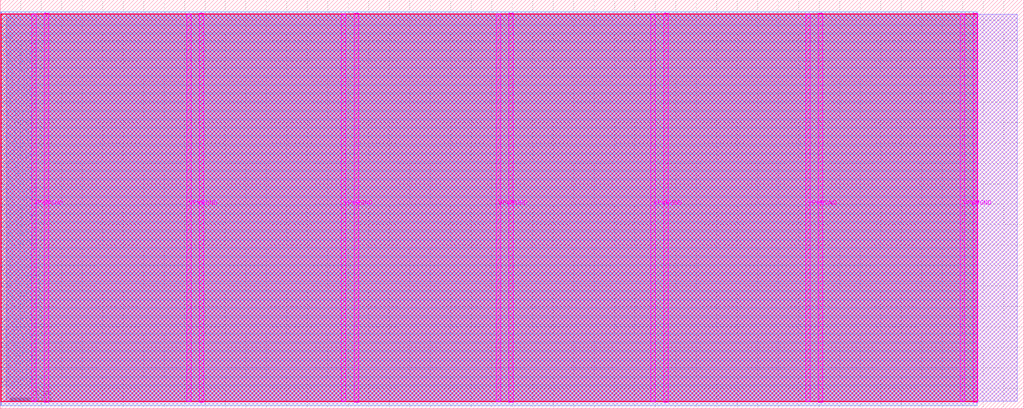
<source format=lef>
VERSION 5.7 ;
  NOWIREEXTENSIONATPIN ON ;
  DIVIDERCHAR "/" ;
  BUSBITCHARS "[]" ;
MACRO heichips25_template
  CLASS BLOCK ;
  FOREIGN heichips25_template ;
  ORIGIN 0.000 0.000 ;
  SIZE 500.000 BY 200.000 ;
  PIN VGND
    DIRECTION INOUT ;
    USE GROUND ;
    PORT
      LAYER TopMetal1 ;
        RECT 21.580 3.150 23.780 193.410 ;
    END
    PORT
      LAYER TopMetal1 ;
        RECT 97.180 3.150 99.380 193.410 ;
    END
    PORT
      LAYER TopMetal1 ;
        RECT 172.780 3.150 174.980 193.410 ;
    END
    PORT
      LAYER TopMetal1 ;
        RECT 248.380 3.150 250.580 193.410 ;
    END
    PORT
      LAYER TopMetal1 ;
        RECT 323.980 3.150 326.180 193.410 ;
    END
    PORT
      LAYER TopMetal1 ;
        RECT 399.580 3.150 401.780 193.410 ;
    END
    PORT
      LAYER TopMetal1 ;
        RECT 475.180 3.150 477.380 193.410 ;
    END
  END VGND
  PIN VPWR
    DIRECTION INOUT ;
    USE POWER ;
    PORT
      LAYER TopMetal1 ;
        RECT 15.380 3.560 17.580 193.000 ;
    END
    PORT
      LAYER TopMetal1 ;
        RECT 90.980 3.560 93.180 193.000 ;
    END
    PORT
      LAYER TopMetal1 ;
        RECT 166.580 3.560 168.780 193.000 ;
    END
    PORT
      LAYER TopMetal1 ;
        RECT 242.180 3.560 244.380 193.000 ;
    END
    PORT
      LAYER TopMetal1 ;
        RECT 317.780 3.560 319.980 193.000 ;
    END
    PORT
      LAYER TopMetal1 ;
        RECT 393.380 3.560 395.580 193.000 ;
    END
    PORT
      LAYER TopMetal1 ;
        RECT 468.980 3.560 471.180 193.000 ;
    END
  END VPWR
  PIN clk
    DIRECTION INPUT ;
    USE SIGNAL ;
    ANTENNAGATEAREA 0.725400 ;
    PORT
      LAYER Metal3 ;
        RECT 0.000 183.340 0.400 183.740 ;
    END
  END clk
  PIN ena
    DIRECTION INPUT ;
    USE SIGNAL ;
    PORT
      LAYER Metal3 ;
        RECT 0.000 179.140 0.400 179.540 ;
    END
  END ena
  PIN rst_n
    DIRECTION INPUT ;
    USE SIGNAL ;
    ANTENNAGATEAREA 0.725400 ;
    PORT
      LAYER Metal3 ;
        RECT 0.000 187.540 0.400 187.940 ;
    END
  END rst_n
  PIN ui_in[0]
    DIRECTION INPUT ;
    USE SIGNAL ;
    ANTENNAGATEAREA 0.180700 ;
    PORT
      LAYER Metal3 ;
        RECT 0.000 111.940 0.400 112.340 ;
    END
  END ui_in[0]
  PIN ui_in[1]
    DIRECTION INPUT ;
    USE SIGNAL ;
    ANTENNAGATEAREA 0.180700 ;
    PORT
      LAYER Metal3 ;
        RECT 0.000 116.140 0.400 116.540 ;
    END
  END ui_in[1]
  PIN ui_in[2]
    DIRECTION INPUT ;
    USE SIGNAL ;
    ANTENNAGATEAREA 0.180700 ;
    PORT
      LAYER Metal3 ;
        RECT 0.000 120.340 0.400 120.740 ;
    END
  END ui_in[2]
  PIN ui_in[3]
    DIRECTION INPUT ;
    USE SIGNAL ;
    ANTENNAGATEAREA 0.180700 ;
    PORT
      LAYER Metal3 ;
        RECT 0.000 124.540 0.400 124.940 ;
    END
  END ui_in[3]
  PIN ui_in[4]
    DIRECTION INPUT ;
    USE SIGNAL ;
    ANTENNAGATEAREA 0.180700 ;
    PORT
      LAYER Metal3 ;
        RECT 0.000 128.740 0.400 129.140 ;
    END
  END ui_in[4]
  PIN ui_in[5]
    DIRECTION INPUT ;
    USE SIGNAL ;
    ANTENNAGATEAREA 0.180700 ;
    PORT
      LAYER Metal3 ;
        RECT 0.000 132.940 0.400 133.340 ;
    END
  END ui_in[5]
  PIN ui_in[6]
    DIRECTION INPUT ;
    USE SIGNAL ;
    ANTENNAGATEAREA 0.180700 ;
    PORT
      LAYER Metal3 ;
        RECT 0.000 137.140 0.400 137.540 ;
    END
  END ui_in[6]
  PIN ui_in[7]
    DIRECTION INPUT ;
    USE SIGNAL ;
    ANTENNAGATEAREA 0.180700 ;
    PORT
      LAYER Metal3 ;
        RECT 0.000 141.340 0.400 141.740 ;
    END
  END ui_in[7]
  PIN uio_in[0]
    DIRECTION INPUT ;
    USE SIGNAL ;
    PORT
      LAYER Metal3 ;
        RECT 0.000 145.540 0.400 145.940 ;
    END
  END uio_in[0]
  PIN uio_in[1]
    DIRECTION INPUT ;
    USE SIGNAL ;
    PORT
      LAYER Metal3 ;
        RECT 0.000 149.740 0.400 150.140 ;
    END
  END uio_in[1]
  PIN uio_in[2]
    DIRECTION INPUT ;
    USE SIGNAL ;
    PORT
      LAYER Metal3 ;
        RECT 0.000 153.940 0.400 154.340 ;
    END
  END uio_in[2]
  PIN uio_in[3]
    DIRECTION INPUT ;
    USE SIGNAL ;
    PORT
      LAYER Metal3 ;
        RECT 0.000 158.140 0.400 158.540 ;
    END
  END uio_in[3]
  PIN uio_in[4]
    DIRECTION INPUT ;
    USE SIGNAL ;
    PORT
      LAYER Metal3 ;
        RECT 0.000 162.340 0.400 162.740 ;
    END
  END uio_in[4]
  PIN uio_in[5]
    DIRECTION INPUT ;
    USE SIGNAL ;
    PORT
      LAYER Metal3 ;
        RECT 0.000 166.540 0.400 166.940 ;
    END
  END uio_in[5]
  PIN uio_in[6]
    DIRECTION INPUT ;
    USE SIGNAL ;
    PORT
      LAYER Metal3 ;
        RECT 0.000 170.740 0.400 171.140 ;
    END
  END uio_in[6]
  PIN uio_in[7]
    DIRECTION INPUT ;
    USE SIGNAL ;
    PORT
      LAYER Metal3 ;
        RECT 0.000 174.940 0.400 175.340 ;
    END
  END uio_in[7]
  PIN uio_oe[0]
    DIRECTION OUTPUT ;
    USE SIGNAL ;
    ANTENNADIFFAREA 0.708600 ;
    PORT
      LAYER Metal3 ;
        RECT 0.000 78.340 0.400 78.740 ;
    END
  END uio_oe[0]
  PIN uio_oe[1]
    DIRECTION OUTPUT ;
    USE SIGNAL ;
    ANTENNADIFFAREA 0.708600 ;
    PORT
      LAYER Metal3 ;
        RECT 0.000 82.540 0.400 82.940 ;
    END
  END uio_oe[1]
  PIN uio_oe[2]
    DIRECTION OUTPUT ;
    USE SIGNAL ;
    ANTENNADIFFAREA 0.708600 ;
    PORT
      LAYER Metal3 ;
        RECT 0.000 86.740 0.400 87.140 ;
    END
  END uio_oe[2]
  PIN uio_oe[3]
    DIRECTION OUTPUT ;
    USE SIGNAL ;
    ANTENNADIFFAREA 0.708600 ;
    PORT
      LAYER Metal3 ;
        RECT 0.000 90.940 0.400 91.340 ;
    END
  END uio_oe[3]
  PIN uio_oe[4]
    DIRECTION OUTPUT ;
    USE SIGNAL ;
    ANTENNADIFFAREA 0.708600 ;
    PORT
      LAYER Metal3 ;
        RECT 0.000 95.140 0.400 95.540 ;
    END
  END uio_oe[4]
  PIN uio_oe[5]
    DIRECTION OUTPUT ;
    USE SIGNAL ;
    ANTENNADIFFAREA 0.708600 ;
    PORT
      LAYER Metal3 ;
        RECT 0.000 99.340 0.400 99.740 ;
    END
  END uio_oe[5]
  PIN uio_oe[6]
    DIRECTION OUTPUT ;
    USE SIGNAL ;
    ANTENNADIFFAREA 0.708600 ;
    PORT
      LAYER Metal3 ;
        RECT 0.000 103.540 0.400 103.940 ;
    END
  END uio_oe[6]
  PIN uio_oe[7]
    DIRECTION OUTPUT ;
    USE SIGNAL ;
    ANTENNADIFFAREA 0.708600 ;
    PORT
      LAYER Metal3 ;
        RECT 0.000 107.740 0.400 108.140 ;
    END
  END uio_oe[7]
  PIN uio_out[0]
    DIRECTION OUTPUT ;
    USE SIGNAL ;
    ANTENNADIFFAREA 0.708600 ;
    PORT
      LAYER Metal3 ;
        RECT 0.000 44.740 0.400 45.140 ;
    END
  END uio_out[0]
  PIN uio_out[1]
    DIRECTION OUTPUT ;
    USE SIGNAL ;
    ANTENNADIFFAREA 0.708600 ;
    PORT
      LAYER Metal3 ;
        RECT 0.000 48.940 0.400 49.340 ;
    END
  END uio_out[1]
  PIN uio_out[2]
    DIRECTION OUTPUT ;
    USE SIGNAL ;
    ANTENNADIFFAREA 0.708600 ;
    PORT
      LAYER Metal3 ;
        RECT 0.000 53.140 0.400 53.540 ;
    END
  END uio_out[2]
  PIN uio_out[3]
    DIRECTION OUTPUT ;
    USE SIGNAL ;
    ANTENNADIFFAREA 0.708600 ;
    PORT
      LAYER Metal3 ;
        RECT 0.000 57.340 0.400 57.740 ;
    END
  END uio_out[3]
  PIN uio_out[4]
    DIRECTION OUTPUT ;
    USE SIGNAL ;
    ANTENNADIFFAREA 0.708600 ;
    PORT
      LAYER Metal3 ;
        RECT 0.000 61.540 0.400 61.940 ;
    END
  END uio_out[4]
  PIN uio_out[5]
    DIRECTION OUTPUT ;
    USE SIGNAL ;
    ANTENNADIFFAREA 0.708600 ;
    PORT
      LAYER Metal3 ;
        RECT 0.000 65.740 0.400 66.140 ;
    END
  END uio_out[5]
  PIN uio_out[6]
    DIRECTION OUTPUT ;
    USE SIGNAL ;
    ANTENNADIFFAREA 0.708600 ;
    PORT
      LAYER Metal3 ;
        RECT 0.000 69.940 0.400 70.340 ;
    END
  END uio_out[6]
  PIN uio_out[7]
    DIRECTION OUTPUT ;
    USE SIGNAL ;
    ANTENNADIFFAREA 0.708600 ;
    PORT
      LAYER Metal3 ;
        RECT 0.000 74.140 0.400 74.540 ;
    END
  END uio_out[7]
  PIN uo_out[0]
    DIRECTION OUTPUT ;
    USE SIGNAL ;
    ANTENNADIFFAREA 0.708600 ;
    PORT
      LAYER Metal3 ;
        RECT 0.000 11.140 0.400 11.540 ;
    END
  END uo_out[0]
  PIN uo_out[1]
    DIRECTION OUTPUT ;
    USE SIGNAL ;
    ANTENNADIFFAREA 0.708600 ;
    PORT
      LAYER Metal3 ;
        RECT 0.000 15.340 0.400 15.740 ;
    END
  END uo_out[1]
  PIN uo_out[2]
    DIRECTION OUTPUT ;
    USE SIGNAL ;
    ANTENNADIFFAREA 0.708600 ;
    PORT
      LAYER Metal3 ;
        RECT 0.000 19.540 0.400 19.940 ;
    END
  END uo_out[2]
  PIN uo_out[3]
    DIRECTION OUTPUT ;
    USE SIGNAL ;
    ANTENNADIFFAREA 0.708600 ;
    PORT
      LAYER Metal3 ;
        RECT 0.000 23.740 0.400 24.140 ;
    END
  END uo_out[3]
  PIN uo_out[4]
    DIRECTION OUTPUT ;
    USE SIGNAL ;
    ANTENNADIFFAREA 0.708600 ;
    PORT
      LAYER Metal3 ;
        RECT 0.000 27.940 0.400 28.340 ;
    END
  END uo_out[4]
  PIN uo_out[5]
    DIRECTION OUTPUT ;
    USE SIGNAL ;
    ANTENNADIFFAREA 0.708600 ;
    PORT
      LAYER Metal3 ;
        RECT 0.000 32.140 0.400 32.540 ;
    END
  END uo_out[5]
  PIN uo_out[6]
    DIRECTION OUTPUT ;
    USE SIGNAL ;
    ANTENNADIFFAREA 0.299200 ;
    PORT
      LAYER Metal3 ;
        RECT 0.000 36.340 0.400 36.740 ;
    END
  END uo_out[6]
  PIN uo_out[7]
    DIRECTION OUTPUT ;
    USE SIGNAL ;
    ANTENNADIFFAREA 0.299200 ;
    PORT
      LAYER Metal3 ;
        RECT 0.000 40.540 0.400 40.940 ;
    END
  END uo_out[7]
  OBS
      LAYER GatPoly ;
        RECT 2.880 3.630 496.800 192.930 ;
      LAYER Metal1 ;
        RECT 2.880 3.560 496.800 193.000 ;
      LAYER Metal2 ;
        RECT 0.375 1.535 477.200 194.185 ;
      LAYER Metal3 ;
        RECT 0.335 188.150 477.245 194.140 ;
        RECT 0.610 187.330 477.245 188.150 ;
        RECT 0.335 183.950 477.245 187.330 ;
        RECT 0.610 183.130 477.245 183.950 ;
        RECT 0.335 179.750 477.245 183.130 ;
        RECT 0.610 178.930 477.245 179.750 ;
        RECT 0.335 175.550 477.245 178.930 ;
        RECT 0.610 174.730 477.245 175.550 ;
        RECT 0.335 171.350 477.245 174.730 ;
        RECT 0.610 170.530 477.245 171.350 ;
        RECT 0.335 167.150 477.245 170.530 ;
        RECT 0.610 166.330 477.245 167.150 ;
        RECT 0.335 162.950 477.245 166.330 ;
        RECT 0.610 162.130 477.245 162.950 ;
        RECT 0.335 158.750 477.245 162.130 ;
        RECT 0.610 157.930 477.245 158.750 ;
        RECT 0.335 154.550 477.245 157.930 ;
        RECT 0.610 153.730 477.245 154.550 ;
        RECT 0.335 150.350 477.245 153.730 ;
        RECT 0.610 149.530 477.245 150.350 ;
        RECT 0.335 146.150 477.245 149.530 ;
        RECT 0.610 145.330 477.245 146.150 ;
        RECT 0.335 141.950 477.245 145.330 ;
        RECT 0.610 141.130 477.245 141.950 ;
        RECT 0.335 137.750 477.245 141.130 ;
        RECT 0.610 136.930 477.245 137.750 ;
        RECT 0.335 133.550 477.245 136.930 ;
        RECT 0.610 132.730 477.245 133.550 ;
        RECT 0.335 129.350 477.245 132.730 ;
        RECT 0.610 128.530 477.245 129.350 ;
        RECT 0.335 125.150 477.245 128.530 ;
        RECT 0.610 124.330 477.245 125.150 ;
        RECT 0.335 120.950 477.245 124.330 ;
        RECT 0.610 120.130 477.245 120.950 ;
        RECT 0.335 116.750 477.245 120.130 ;
        RECT 0.610 115.930 477.245 116.750 ;
        RECT 0.335 112.550 477.245 115.930 ;
        RECT 0.610 111.730 477.245 112.550 ;
        RECT 0.335 108.350 477.245 111.730 ;
        RECT 0.610 107.530 477.245 108.350 ;
        RECT 0.335 104.150 477.245 107.530 ;
        RECT 0.610 103.330 477.245 104.150 ;
        RECT 0.335 99.950 477.245 103.330 ;
        RECT 0.610 99.130 477.245 99.950 ;
        RECT 0.335 95.750 477.245 99.130 ;
        RECT 0.610 94.930 477.245 95.750 ;
        RECT 0.335 91.550 477.245 94.930 ;
        RECT 0.610 90.730 477.245 91.550 ;
        RECT 0.335 87.350 477.245 90.730 ;
        RECT 0.610 86.530 477.245 87.350 ;
        RECT 0.335 83.150 477.245 86.530 ;
        RECT 0.610 82.330 477.245 83.150 ;
        RECT 0.335 78.950 477.245 82.330 ;
        RECT 0.610 78.130 477.245 78.950 ;
        RECT 0.335 74.750 477.245 78.130 ;
        RECT 0.610 73.930 477.245 74.750 ;
        RECT 0.335 70.550 477.245 73.930 ;
        RECT 0.610 69.730 477.245 70.550 ;
        RECT 0.335 66.350 477.245 69.730 ;
        RECT 0.610 65.530 477.245 66.350 ;
        RECT 0.335 62.150 477.245 65.530 ;
        RECT 0.610 61.330 477.245 62.150 ;
        RECT 0.335 57.950 477.245 61.330 ;
        RECT 0.610 57.130 477.245 57.950 ;
        RECT 0.335 53.750 477.245 57.130 ;
        RECT 0.610 52.930 477.245 53.750 ;
        RECT 0.335 49.550 477.245 52.930 ;
        RECT 0.610 48.730 477.245 49.550 ;
        RECT 0.335 45.350 477.245 48.730 ;
        RECT 0.610 44.530 477.245 45.350 ;
        RECT 0.335 41.150 477.245 44.530 ;
        RECT 0.610 40.330 477.245 41.150 ;
        RECT 0.335 36.950 477.245 40.330 ;
        RECT 0.610 36.130 477.245 36.950 ;
        RECT 0.335 32.750 477.245 36.130 ;
        RECT 0.610 31.930 477.245 32.750 ;
        RECT 0.335 28.550 477.245 31.930 ;
        RECT 0.610 27.730 477.245 28.550 ;
        RECT 0.335 24.350 477.245 27.730 ;
        RECT 0.610 23.530 477.245 24.350 ;
        RECT 0.335 20.150 477.245 23.530 ;
        RECT 0.610 19.330 477.245 20.150 ;
        RECT 0.335 15.950 477.245 19.330 ;
        RECT 0.610 15.130 477.245 15.950 ;
        RECT 0.335 11.750 477.245 15.130 ;
        RECT 0.610 10.930 477.245 11.750 ;
        RECT 0.335 1.580 477.245 10.930 ;
      LAYER Metal4 ;
        RECT 0.375 3.635 477.200 192.925 ;
      LAYER Metal5 ;
        RECT 0.335 3.470 477.245 193.090 ;
  END
END heichips25_template
END LIBRARY


</source>
